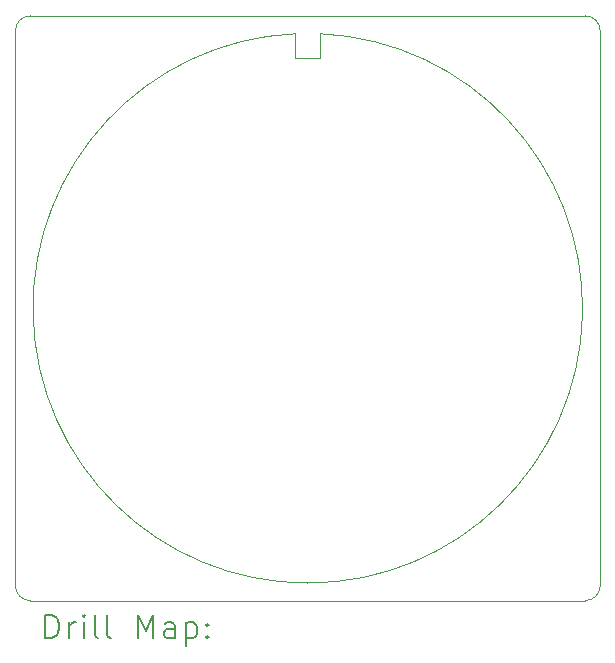
<source format=gbr>
%TF.GenerationSoftware,KiCad,Pcbnew,7.0.5*%
%TF.CreationDate,2024-08-05T11:44:23+08:00*%
%TF.ProjectId,TPS,5450532e-6b69-4636-9164-5f7063625858,rev?*%
%TF.SameCoordinates,Original*%
%TF.FileFunction,Drillmap*%
%TF.FilePolarity,Positive*%
%FSLAX45Y45*%
G04 Gerber Fmt 4.5, Leading zero omitted, Abs format (unit mm)*
G04 Created by KiCad (PCBNEW 7.0.5) date 2024-08-05 11:44:23*
%MOMM*%
%LPD*%
G01*
G04 APERTURE LIST*
%ADD10C,0.100000*%
%ADD11C,0.120000*%
%ADD12C,0.200000*%
G04 APERTURE END LIST*
D10*
X6426800Y-5924300D02*
X6426800Y-5720200D01*
D11*
X8670500Y-5568600D02*
X3973100Y-5568600D01*
X3846100Y-10393000D02*
G75*
G03*
X3973100Y-10520000I127000J0D01*
G01*
X3973100Y-5568600D02*
G75*
G03*
X3846100Y-5695600I0J-127000D01*
G01*
X8797500Y-10393000D02*
X8797500Y-5695600D01*
D10*
X6216800Y-5924300D02*
X6426800Y-5924300D01*
D11*
X8670500Y-10520000D02*
X3973100Y-10520000D01*
X3846100Y-5695600D02*
X3846100Y-10393000D01*
X8670500Y-10520000D02*
G75*
G03*
X8797500Y-10393000I0J127000D01*
G01*
X8797500Y-5695600D02*
G75*
G03*
X8670500Y-5568600I-127000J0D01*
G01*
D10*
X6216800Y-5924300D02*
X6216800Y-5720200D01*
X6216800Y-5720200D02*
G75*
G03*
X6426800Y-5720200I105000J-2324106D01*
G01*
D12*
X4100877Y-10837484D02*
X4100877Y-10637484D01*
X4100877Y-10637484D02*
X4148496Y-10637484D01*
X4148496Y-10637484D02*
X4177067Y-10647008D01*
X4177067Y-10647008D02*
X4196115Y-10666055D01*
X4196115Y-10666055D02*
X4205639Y-10685103D01*
X4205639Y-10685103D02*
X4215163Y-10723198D01*
X4215163Y-10723198D02*
X4215163Y-10751770D01*
X4215163Y-10751770D02*
X4205639Y-10789865D01*
X4205639Y-10789865D02*
X4196115Y-10808912D01*
X4196115Y-10808912D02*
X4177067Y-10827960D01*
X4177067Y-10827960D02*
X4148496Y-10837484D01*
X4148496Y-10837484D02*
X4100877Y-10837484D01*
X4300877Y-10837484D02*
X4300877Y-10704150D01*
X4300877Y-10742246D02*
X4310401Y-10723198D01*
X4310401Y-10723198D02*
X4319924Y-10713674D01*
X4319924Y-10713674D02*
X4338972Y-10704150D01*
X4338972Y-10704150D02*
X4358020Y-10704150D01*
X4424686Y-10837484D02*
X4424686Y-10704150D01*
X4424686Y-10637484D02*
X4415163Y-10647008D01*
X4415163Y-10647008D02*
X4424686Y-10656531D01*
X4424686Y-10656531D02*
X4434210Y-10647008D01*
X4434210Y-10647008D02*
X4424686Y-10637484D01*
X4424686Y-10637484D02*
X4424686Y-10656531D01*
X4548496Y-10837484D02*
X4529448Y-10827960D01*
X4529448Y-10827960D02*
X4519924Y-10808912D01*
X4519924Y-10808912D02*
X4519924Y-10637484D01*
X4653258Y-10837484D02*
X4634210Y-10827960D01*
X4634210Y-10827960D02*
X4624686Y-10808912D01*
X4624686Y-10808912D02*
X4624686Y-10637484D01*
X4881829Y-10837484D02*
X4881829Y-10637484D01*
X4881829Y-10637484D02*
X4948496Y-10780341D01*
X4948496Y-10780341D02*
X5015163Y-10637484D01*
X5015163Y-10637484D02*
X5015163Y-10837484D01*
X5196115Y-10837484D02*
X5196115Y-10732722D01*
X5196115Y-10732722D02*
X5186591Y-10713674D01*
X5186591Y-10713674D02*
X5167544Y-10704150D01*
X5167544Y-10704150D02*
X5129448Y-10704150D01*
X5129448Y-10704150D02*
X5110401Y-10713674D01*
X5196115Y-10827960D02*
X5177067Y-10837484D01*
X5177067Y-10837484D02*
X5129448Y-10837484D01*
X5129448Y-10837484D02*
X5110401Y-10827960D01*
X5110401Y-10827960D02*
X5100877Y-10808912D01*
X5100877Y-10808912D02*
X5100877Y-10789865D01*
X5100877Y-10789865D02*
X5110401Y-10770817D01*
X5110401Y-10770817D02*
X5129448Y-10761293D01*
X5129448Y-10761293D02*
X5177067Y-10761293D01*
X5177067Y-10761293D02*
X5196115Y-10751770D01*
X5291353Y-10704150D02*
X5291353Y-10904150D01*
X5291353Y-10713674D02*
X5310401Y-10704150D01*
X5310401Y-10704150D02*
X5348496Y-10704150D01*
X5348496Y-10704150D02*
X5367544Y-10713674D01*
X5367544Y-10713674D02*
X5377067Y-10723198D01*
X5377067Y-10723198D02*
X5386591Y-10742246D01*
X5386591Y-10742246D02*
X5386591Y-10799389D01*
X5386591Y-10799389D02*
X5377067Y-10818436D01*
X5377067Y-10818436D02*
X5367544Y-10827960D01*
X5367544Y-10827960D02*
X5348496Y-10837484D01*
X5348496Y-10837484D02*
X5310401Y-10837484D01*
X5310401Y-10837484D02*
X5291353Y-10827960D01*
X5472305Y-10818436D02*
X5481829Y-10827960D01*
X5481829Y-10827960D02*
X5472305Y-10837484D01*
X5472305Y-10837484D02*
X5462782Y-10827960D01*
X5462782Y-10827960D02*
X5472305Y-10818436D01*
X5472305Y-10818436D02*
X5472305Y-10837484D01*
X5472305Y-10713674D02*
X5481829Y-10723198D01*
X5481829Y-10723198D02*
X5472305Y-10732722D01*
X5472305Y-10732722D02*
X5462782Y-10723198D01*
X5462782Y-10723198D02*
X5472305Y-10713674D01*
X5472305Y-10713674D02*
X5472305Y-10732722D01*
M02*

</source>
